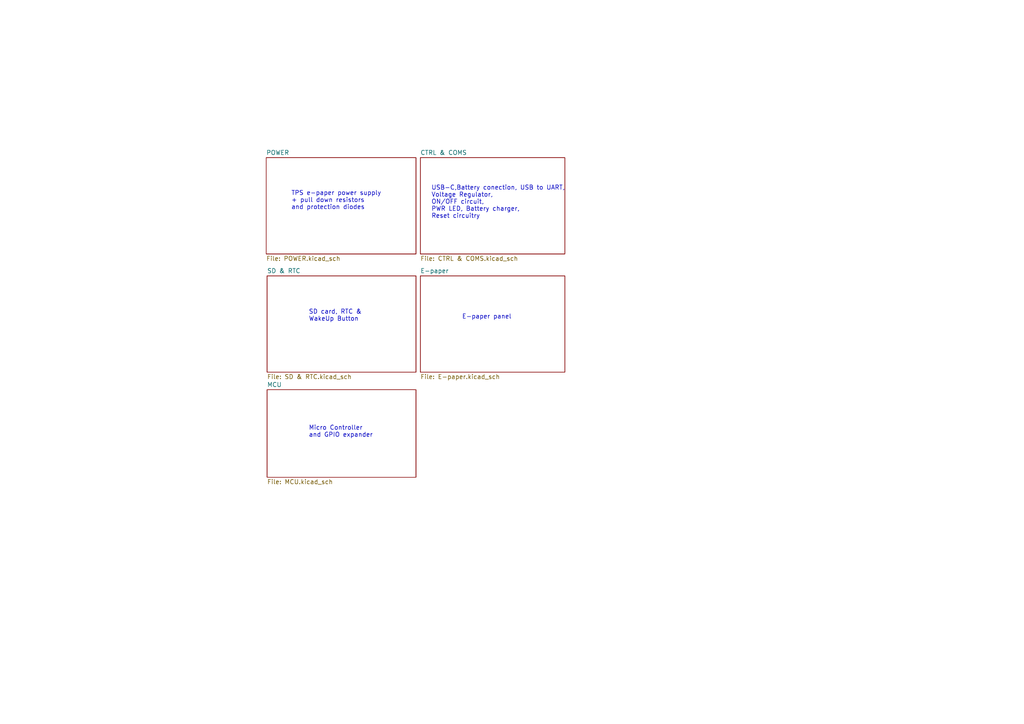
<source format=kicad_sch>
(kicad_sch (version 20211123) (generator eeschema)

  (uuid e63e39d7-6ac0-4ffd-8aa3-1841a4541b55)

  (paper "A4")

  (title_block
    (title "Soldered Inkplate 5")
    (date "2023-07-18")
    (rev "V1.2.0.")
    (company "SOLDERED")
    (comment 1 "333255")
  )

  (lib_symbols
  )


  (text "USB-C,Battery conection, USB to UART,\nVoltage Regulator, \nON/OFF circuit, \nPWR LED, Battery charger,\nReset circuitry"
    (at 125.095 63.5 0)
    (effects (font (size 1.27 1.27)) (justify left bottom))
    (uuid 15cb05f1-e523-415c-aac4-95a688f2ee48)
  )
  (text "SD card, RTC &\nWakeUp Button" (at 89.535 93.345 0)
    (effects (font (size 1.27 1.27)) (justify left bottom))
    (uuid 19c8f73c-c52a-4765-9516-9defc03adb31)
  )
  (text "Micro Controller \nand GPIO expander" (at 89.535 127 0)
    (effects (font (size 1.27 1.27)) (justify left bottom))
    (uuid 5e63b868-252d-4750-aa33-b9a59444f4ac)
  )
  (text "TPS e-paper power supply\n+ pull down resistors\nand protection diodes"
    (at 84.455 60.96 0)
    (effects (font (size 1.27 1.27)) (justify left bottom))
    (uuid a0a28fa4-b96b-4a66-a268-94b1e9e96d9a)
  )
  (text "E-paper panel" (at 133.985 92.71 0)
    (effects (font (size 1.27 1.27)) (justify left bottom))
    (uuid efafb1f6-4bcb-4f2b-8b14-93b678d16b6d)
  )

  (sheet (at 121.92 45.72) (size 41.91 27.94) (fields_autoplaced)
    (stroke (width 0.1524) (type solid) (color 0 0 0 0))
    (fill (color 0 0 0 0.0000))
    (uuid 69d6a600-8481-47e9-a8fb-347bae2d38c5)
    (property "Sheet name" "CTRL & COMS" (id 0) (at 121.92 45.0084 0)
      (effects (font (size 1.27 1.27)) (justify left bottom))
    )
    (property "Sheet file" "CTRL & COMS.kicad_sch" (id 1) (at 121.92 74.2446 0)
      (effects (font (size 1.27 1.27)) (justify left top))
    )
  )

  (sheet (at 77.47 113.03) (size 43.18 25.4) (fields_autoplaced)
    (stroke (width 0.1524) (type solid) (color 0 0 0 0))
    (fill (color 0 0 0 0.0000))
    (uuid 7f1adf82-7c80-4ebb-88ac-e056e62fc363)
    (property "Sheet name" "MCU" (id 0) (at 77.47 112.3184 0)
      (effects (font (size 1.27 1.27)) (justify left bottom))
    )
    (property "Sheet file" "MCU.kicad_sch" (id 1) (at 77.47 139.0146 0)
      (effects (font (size 1.27 1.27)) (justify left top))
    )
  )

  (sheet (at 121.92 80.01) (size 41.91 27.94) (fields_autoplaced)
    (stroke (width 0.1524) (type solid) (color 0 0 0 0))
    (fill (color 0 0 0 0.0000))
    (uuid c5bb8608-6be3-40a7-8097-0867d1dea5ee)
    (property "Sheet name" "E-paper" (id 0) (at 121.92 79.2984 0)
      (effects (font (size 1.27 1.27)) (justify left bottom))
    )
    (property "Sheet file" "E-paper.kicad_sch" (id 1) (at 121.92 108.5346 0)
      (effects (font (size 1.27 1.27)) (justify left top))
    )
  )

  (sheet (at 77.47 80.01) (size 43.18 27.94) (fields_autoplaced)
    (stroke (width 0.1524) (type solid) (color 0 0 0 0))
    (fill (color 0 0 0 0.0000))
    (uuid c9e520b8-4d22-4e49-b91c-58bb00e98bb0)
    (property "Sheet name" "SD & RTC" (id 0) (at 77.47 79.2984 0)
      (effects (font (size 1.27 1.27)) (justify left bottom))
    )
    (property "Sheet file" "SD & RTC.kicad_sch" (id 1) (at 77.47 108.5346 0)
      (effects (font (size 1.27 1.27)) (justify left top))
    )
  )

  (sheet (at 77.216 45.72) (size 43.434 27.94) (fields_autoplaced)
    (stroke (width 0.1524) (type solid) (color 0 0 0 0))
    (fill (color 0 0 0 0.0000))
    (uuid e4e20505-1208-4100-a4aa-676f50844c06)
    (property "Sheet name" "POWER" (id 0) (at 77.216 45.0084 0)
      (effects (font (size 1.27 1.27)) (justify left bottom))
    )
    (property "Sheet file" "POWER.kicad_sch" (id 1) (at 77.216 74.2446 0)
      (effects (font (size 1.27 1.27)) (justify left top))
    )
  )

  (sheet_instances
    (path "/" (page "1"))
    (path "/e4e20505-1208-4100-a4aa-676f50844c06" (page "2"))
    (path "/69d6a600-8481-47e9-a8fb-347bae2d38c5" (page "3"))
    (path "/c9e520b8-4d22-4e49-b91c-58bb00e98bb0" (page "4"))
    (path "/c5bb8608-6be3-40a7-8097-0867d1dea5ee" (page "5"))
    (path "/7f1adf82-7c80-4ebb-88ac-e056e62fc363" (page "6"))
  )

  (symbol_instances
    (path "/e4e20505-1208-4100-a4aa-676f50844c06/3ce75223-3147-40f3-b47b-f7fa88e08c27"
      (reference "#PWR0101") (unit 1) (value "VDDH") (footprint "")
    )
    (path "/e4e20505-1208-4100-a4aa-676f50844c06/4d65018e-4d1b-43c4-a8bd-5faea86df2b4"
      (reference "#PWR0102") (unit 1) (value "VEE") (footprint "")
    )
    (path "/e4e20505-1208-4100-a4aa-676f50844c06/15726e40-44c3-4dfd-b1e6-c5949c00a75b"
      (reference "#PWR0103") (unit 1) (value "VPOS") (footprint "")
    )
    (path "/e4e20505-1208-4100-a4aa-676f50844c06/c3d355e2-5a2e-4900-90d5-2140e7b8830b"
      (reference "#PWR0104") (unit 1) (value "VNEG") (footprint "")
    )
    (path "/e4e20505-1208-4100-a4aa-676f50844c06/6b28a6c4-36d3-4664-8389-c43d55c8b7b4"
      (reference "#PWR0105") (unit 1) (value "GND") (footprint "")
    )
    (path "/e4e20505-1208-4100-a4aa-676f50844c06/48eb0b93-a5c1-4cfc-924a-acc48d7a1400"
      (reference "#PWR0106") (unit 1) (value "GND") (footprint "")
    )
    (path "/e4e20505-1208-4100-a4aa-676f50844c06/09932d00-40d2-44f7-a7a8-9b4da70484c9"
      (reference "#PWR0107") (unit 1) (value "3V3-EINK") (footprint "")
    )
    (path "/e4e20505-1208-4100-a4aa-676f50844c06/8aa5a6c9-21fe-4028-b30e-4c4ffeeb7a27"
      (reference "#PWR0108") (unit 1) (value "VIN") (footprint "")
    )
    (path "/e4e20505-1208-4100-a4aa-676f50844c06/b3d7b958-bb22-4eab-8d78-ea0d69d46d8d"
      (reference "#PWR0109") (unit 1) (value "VBAT") (footprint "")
    )
    (path "/e4e20505-1208-4100-a4aa-676f50844c06/d4154f69-21c9-4af5-91b2-b8dea156200e"
      (reference "#PWR0110") (unit 1) (value "VEE") (footprint "")
    )
    (path "/e4e20505-1208-4100-a4aa-676f50844c06/97c3dd92-a207-4078-9546-dd9a0d177665"
      (reference "#PWR0111") (unit 1) (value "VDDH") (footprint "")
    )
    (path "/e4e20505-1208-4100-a4aa-676f50844c06/d3512588-edde-4735-a9a1-be9f02a7cc04"
      (reference "#PWR0112") (unit 1) (value "GND") (footprint "")
    )
    (path "/e4e20505-1208-4100-a4aa-676f50844c06/28c42959-8e72-4709-83e0-fbb99eade23c"
      (reference "#PWR0113") (unit 1) (value "GND") (footprint "")
    )
    (path "/e4e20505-1208-4100-a4aa-676f50844c06/63800a5c-5070-4e17-84b3-b1e9d7317ddc"
      (reference "#PWR0114") (unit 1) (value "GND") (footprint "")
    )
    (path "/e4e20505-1208-4100-a4aa-676f50844c06/f5825cc6-95a9-4e27-8336-4f8229fc1924"
      (reference "#PWR0115") (unit 1) (value "VEE") (footprint "")
    )
    (path "/e4e20505-1208-4100-a4aa-676f50844c06/4f31b0d0-0de7-4d85-a8da-1c8e3e9ff5fd"
      (reference "#PWR0116") (unit 1) (value "GND") (footprint "")
    )
    (path "/e4e20505-1208-4100-a4aa-676f50844c06/a0179d36-a12b-48cd-8026-953a422b4036"
      (reference "#PWR0117") (unit 1) (value "GND") (footprint "")
    )
    (path "/e4e20505-1208-4100-a4aa-676f50844c06/eac88b9b-4226-43c7-9238-94c134da0ab1"
      (reference "#PWR0118") (unit 1) (value "GND") (footprint "")
    )
    (path "/e4e20505-1208-4100-a4aa-676f50844c06/b62c4095-f1c0-47c0-a2a2-cdabd2346de9"
      (reference "#PWR0119") (unit 1) (value "GND") (footprint "")
    )
    (path "/e4e20505-1208-4100-a4aa-676f50844c06/dc503621-5c1c-4419-bb7d-74fb82b8d8c5"
      (reference "#PWR0120") (unit 1) (value "GND") (footprint "")
    )
    (path "/e4e20505-1208-4100-a4aa-676f50844c06/f98860f1-b458-44b8-bcfb-dd360d643f09"
      (reference "#PWR0121") (unit 1) (value "VEE") (footprint "")
    )
    (path "/e4e20505-1208-4100-a4aa-676f50844c06/7c849e86-e149-44f3-8e6f-1e68de7023ea"
      (reference "#PWR0122") (unit 1) (value "VNEG") (footprint "")
    )
    (path "/e4e20505-1208-4100-a4aa-676f50844c06/3cd62bef-586b-4354-a0d8-b45f0b86f8d4"
      (reference "#PWR0123") (unit 1) (value "VPOS") (footprint "")
    )
    (path "/e4e20505-1208-4100-a4aa-676f50844c06/ab1be128-b506-44db-b353-1b6cf0f1bff8"
      (reference "#PWR0124") (unit 1) (value "3V3-EINK") (footprint "")
    )
    (path "/e4e20505-1208-4100-a4aa-676f50844c06/dc907d3a-ade0-4fb2-bac6-3f031f194fac"
      (reference "#PWR0125") (unit 1) (value "VDDH") (footprint "")
    )
    (path "/e4e20505-1208-4100-a4aa-676f50844c06/56cab98c-3eb1-41cd-bdf8-fa073613afc8"
      (reference "#PWR0126") (unit 1) (value "3V3") (footprint "")
    )
    (path "/e4e20505-1208-4100-a4aa-676f50844c06/a4e9d70b-0682-4de7-a82a-24ad7fb3af1b"
      (reference "#PWR0127") (unit 1) (value "VNEG") (footprint "")
    )
    (path "/e4e20505-1208-4100-a4aa-676f50844c06/93bf1c04-96c6-49e8-9a85-ee6cc4606fcb"
      (reference "#PWR0128") (unit 1) (value "VDDH") (footprint "")
    )
    (path "/e4e20505-1208-4100-a4aa-676f50844c06/cb658bfb-bb44-442b-af68-cdf8168ed728"
      (reference "#PWR0129") (unit 1) (value "VPOS") (footprint "")
    )
    (path "/e4e20505-1208-4100-a4aa-676f50844c06/d28e5e59-d0f8-4887-a713-d142448c8207"
      (reference "#PWR0130") (unit 1) (value "GND") (footprint "")
    )
    (path "/e4e20505-1208-4100-a4aa-676f50844c06/0e1e548c-ec74-46cb-aa6e-5e8839149d3f"
      (reference "#PWR0131") (unit 1) (value "GND") (footprint "")
    )
    (path "/e4e20505-1208-4100-a4aa-676f50844c06/fb08eb4e-4d01-46b4-b939-0155c8ef8388"
      (reference "#PWR0132") (unit 1) (value "GND") (footprint "")
    )
    (path "/e4e20505-1208-4100-a4aa-676f50844c06/cfed5c4e-149f-45c5-874a-d4efe242083a"
      (reference "#PWR0133") (unit 1) (value "GND") (footprint "")
    )
    (path "/e4e20505-1208-4100-a4aa-676f50844c06/a818dbd6-8d05-4bed-8e76-065b136c4a97"
      (reference "#PWR0134") (unit 1) (value "VIN") (footprint "")
    )
    (path "/e4e20505-1208-4100-a4aa-676f50844c06/61883613-061e-4067-9ab0-38640276cb65"
      (reference "#PWR0135") (unit 1) (value "GND") (footprint "")
    )
    (path "/e4e20505-1208-4100-a4aa-676f50844c06/0c990048-7035-4646-8b07-f79fbfddff62"
      (reference "#PWR0136") (unit 1) (value "GND") (footprint "")
    )
    (path "/e4e20505-1208-4100-a4aa-676f50844c06/312b1e58-9b66-4b2d-a1b3-1fc15a2c69a6"
      (reference "#PWR0137") (unit 1) (value "GND") (footprint "")
    )
    (path "/e4e20505-1208-4100-a4aa-676f50844c06/bfb1d728-5367-4e16-a311-9bc76f3c8670"
      (reference "#PWR0138") (unit 1) (value "GND") (footprint "")
    )
    (path "/e4e20505-1208-4100-a4aa-676f50844c06/5bd90a2c-0720-49d7-b471-8bd4be0104c6"
      (reference "#PWR0139") (unit 1) (value "3V3-EINK") (footprint "")
    )
    (path "/e4e20505-1208-4100-a4aa-676f50844c06/f24191bb-7c3d-46c7-90d2-d6965006ff76"
      (reference "#PWR0140") (unit 1) (value "3V3") (footprint "")
    )
    (path "/e4e20505-1208-4100-a4aa-676f50844c06/772b2560-c224-4933-9225-40be66422908"
      (reference "#PWR0141") (unit 1) (value "VIN") (footprint "")
    )
    (path "/e4e20505-1208-4100-a4aa-676f50844c06/6ccd433d-6c2a-4816-b21d-4a0768a4b1bf"
      (reference "#PWR0142") (unit 1) (value "GND") (footprint "")
    )
    (path "/e4e20505-1208-4100-a4aa-676f50844c06/348b39ce-20d2-4f01-b3b8-e8bd5a2fc26e"
      (reference "#PWR0143") (unit 1) (value "GND") (footprint "")
    )
    (path "/e4e20505-1208-4100-a4aa-676f50844c06/817cea77-3614-46eb-ac46-8f839c322ae1"
      (reference "#PWR0144") (unit 1) (value "GND") (footprint "")
    )
    (path "/e4e20505-1208-4100-a4aa-676f50844c06/7dfadc2c-0002-4536-9a16-40d98cd244d0"
      (reference "#PWR0145") (unit 1) (value "GND") (footprint "")
    )
    (path "/e4e20505-1208-4100-a4aa-676f50844c06/b0c06db7-a576-4fd8-83c7-c014cc52b2d6"
      (reference "#PWR0146") (unit 1) (value "GND") (footprint "")
    )
    (path "/e4e20505-1208-4100-a4aa-676f50844c06/fbb57290-3adc-4d24-918c-497402e97c67"
      (reference "#PWR0147") (unit 1) (value "GND") (footprint "")
    )
    (path "/e4e20505-1208-4100-a4aa-676f50844c06/b2fb7a1b-c9ba-4acd-a02e-25484040900c"
      (reference "#PWR0148") (unit 1) (value "VNEG") (footprint "")
    )
    (path "/e4e20505-1208-4100-a4aa-676f50844c06/a4e658ae-75b3-4b98-a317-251aa26f5622"
      (reference "#PWR0149") (unit 1) (value "VIN") (footprint "")
    )
    (path "/e4e20505-1208-4100-a4aa-676f50844c06/35c7b937-91fd-45b7-ba9b-d8002e5399af"
      (reference "#PWR0150") (unit 1) (value "GND") (footprint "")
    )
    (path "/e4e20505-1208-4100-a4aa-676f50844c06/88948196-6a74-42af-a5e6-9dd2ac95ca88"
      (reference "#PWR0151") (unit 1) (value "GND") (footprint "")
    )
    (path "/e4e20505-1208-4100-a4aa-676f50844c06/f33292b6-e256-451d-9bfa-7d07ba9e670f"
      (reference "#PWR0152") (unit 1) (value "GND") (footprint "")
    )
    (path "/e4e20505-1208-4100-a4aa-676f50844c06/72538cdb-e0ad-4023-af9b-841dcb620a41"
      (reference "#PWR0153") (unit 1) (value "VPOS") (footprint "")
    )
    (path "/e4e20505-1208-4100-a4aa-676f50844c06/e11a3537-54f2-4cd9-a01e-8d25f34fd41b"
      (reference "#PWR0154") (unit 1) (value "GND") (footprint "")
    )
    (path "/e4e20505-1208-4100-a4aa-676f50844c06/ec3b3a1b-bc30-4c1b-a40c-639e4fb72f82"
      (reference "#PWR0155") (unit 1) (value "GND") (footprint "")
    )
    (path "/e4e20505-1208-4100-a4aa-676f50844c06/d5ce9073-f652-421d-afde-0d7f90c33390"
      (reference "#PWR0156") (unit 1) (value "GND") (footprint "")
    )
    (path "/69d6a600-8481-47e9-a8fb-347bae2d38c5/12786de7-876b-4a84-99cf-945cd18b26df"
      (reference "#PWR0157") (unit 1) (value "GND") (footprint "")
    )
    (path "/69d6a600-8481-47e9-a8fb-347bae2d38c5/1b93141a-ea8f-4bae-8ad0-92389b5c0e0f"
      (reference "#PWR0158") (unit 1) (value "VUSB") (footprint "")
    )
    (path "/69d6a600-8481-47e9-a8fb-347bae2d38c5/96ed472d-7f73-48fd-8259-a15a5fd2cc76"
      (reference "#PWR0159") (unit 1) (value "VBAT") (footprint "")
    )
    (path "/69d6a600-8481-47e9-a8fb-347bae2d38c5/8031ed06-1915-4444-aa3e-6197ddf11b9f"
      (reference "#PWR0160") (unit 1) (value "VUSB") (footprint "")
    )
    (path "/69d6a600-8481-47e9-a8fb-347bae2d38c5/0f55eb9e-7459-424d-8e28-f97343d327ae"
      (reference "#PWR0161") (unit 1) (value "GND") (footprint "")
    )
    (path "/69d6a600-8481-47e9-a8fb-347bae2d38c5/adefa11c-9675-4277-83aa-bb58cf1b1bf7"
      (reference "#PWR0162") (unit 1) (value "3V3") (footprint "")
    )
    (path "/69d6a600-8481-47e9-a8fb-347bae2d38c5/c44f6c3c-ceef-4b05-ba95-84152a794611"
      (reference "#PWR0163") (unit 1) (value "GND") (footprint "")
    )
    (path "/69d6a600-8481-47e9-a8fb-347bae2d38c5/c600bae5-25d2-43d0-b251-51adaa7ce6da"
      (reference "#PWR0164") (unit 1) (value "VIN") (footprint "")
    )
    (path "/69d6a600-8481-47e9-a8fb-347bae2d38c5/0f0e1ede-1e4e-4f3e-9413-a314d81b9091"
      (reference "#PWR0165") (unit 1) (value "GND") (footprint "")
    )
    (path "/69d6a600-8481-47e9-a8fb-347bae2d38c5/3f7eec01-7c6d-40d0-a493-eb5deb42aad0"
      (reference "#PWR0166") (unit 1) (value "3V3") (footprint "")
    )
    (path "/7f1adf82-7c80-4ebb-88ac-e056e62fc363/45e2074e-0841-41d4-9855-9653e251d1b4"
      (reference "#PWR0167") (unit 1) (value "3V3") (footprint "")
    )
    (path "/69d6a600-8481-47e9-a8fb-347bae2d38c5/a9d61c66-9b6f-4604-911a-c550ba7b2c1e"
      (reference "#PWR0168") (unit 1) (value "VIN") (footprint "")
    )
    (path "/69d6a600-8481-47e9-a8fb-347bae2d38c5/416e01b3-d490-4e69-b6b1-a0648b78cedf"
      (reference "#PWR0169") (unit 1) (value "VIN") (footprint "")
    )
    (path "/69d6a600-8481-47e9-a8fb-347bae2d38c5/afd57a75-591e-4e07-88f8-29b0343b79d9"
      (reference "#PWR0170") (unit 1) (value "GND") (footprint "")
    )
    (path "/69d6a600-8481-47e9-a8fb-347bae2d38c5/e502efa5-7093-458c-9a4a-6405397e8895"
      (reference "#PWR0171") (unit 1) (value "GND") (footprint "")
    )
    (path "/69d6a600-8481-47e9-a8fb-347bae2d38c5/cdb6eb29-1299-47dd-bef1-b195b0557ed0"
      (reference "#PWR0172") (unit 1) (value "3V3") (footprint "")
    )
    (path "/69d6a600-8481-47e9-a8fb-347bae2d38c5/8b20d57f-9bca-4f77-b74f-7f30c16292f7"
      (reference "#PWR0173") (unit 1) (value "GND") (footprint "")
    )
    (path "/69d6a600-8481-47e9-a8fb-347bae2d38c5/f60dec42-95a7-4d48-9d19-cacc89700dbd"
      (reference "#PWR0174") (unit 1) (value "GND") (footprint "")
    )
    (path "/69d6a600-8481-47e9-a8fb-347bae2d38c5/973fde48-8bd9-490e-b99f-a1612a400866"
      (reference "#PWR0175") (unit 1) (value "VIN") (footprint "")
    )
    (path "/69d6a600-8481-47e9-a8fb-347bae2d38c5/8bd00843-7d03-4a8e-98bc-d8339b4be076"
      (reference "#PWR0176") (unit 1) (value "GND") (footprint "")
    )
    (path "/69d6a600-8481-47e9-a8fb-347bae2d38c5/3bbf35c3-cbdb-447d-904e-a960a318898a"
      (reference "#PWR0177") (unit 1) (value "GND") (footprint "")
    )
    (path "/69d6a600-8481-47e9-a8fb-347bae2d38c5/7493c0ca-206c-4751-b3cf-b40e0dc8052d"
      (reference "#PWR0178") (unit 1) (value "VBAT") (footprint "")
    )
    (path "/69d6a600-8481-47e9-a8fb-347bae2d38c5/6a6484c8-f517-42a3-8044-d2d0a9b9da24"
      (reference "#PWR0179") (unit 1) (value "GND") (footprint "")
    )
    (path "/69d6a600-8481-47e9-a8fb-347bae2d38c5/8e4676f4-a7b2-4bdc-bf12-6dc681be20b5"
      (reference "#PWR0180") (unit 1) (value "GND") (footprint "")
    )
    (path "/69d6a600-8481-47e9-a8fb-347bae2d38c5/1fcba04a-04ff-47b6-af3e-004c09332150"
      (reference "#PWR0181") (unit 1) (value "GND") (footprint "")
    )
    (path "/69d6a600-8481-47e9-a8fb-347bae2d38c5/233babc5-2ee1-4db1-a7ad-33f8202317a2"
      (reference "#PWR0182") (unit 1) (value "VBAT") (footprint "")
    )
    (path "/69d6a600-8481-47e9-a8fb-347bae2d38c5/d3ee5e22-3226-4c44-8f80-fd50ea4805fb"
      (reference "#PWR0183") (unit 1) (value "VBAT") (footprint "")
    )
    (path "/69d6a600-8481-47e9-a8fb-347bae2d38c5/7910727d-39d3-4b46-9b56-1599782222fb"
      (reference "#PWR0184") (unit 1) (value "GND") (footprint "")
    )
    (path "/69d6a600-8481-47e9-a8fb-347bae2d38c5/ad600968-9357-48a0-a40e-24a8565b5585"
      (reference "#PWR0185") (unit 1) (value "GND") (footprint "")
    )
    (path "/69d6a600-8481-47e9-a8fb-347bae2d38c5/b2a695af-25ba-4eb0-a441-1984f30ccba0"
      (reference "#PWR0186") (unit 1) (value "GND") (footprint "")
    )
    (path "/69d6a600-8481-47e9-a8fb-347bae2d38c5/7daafdf3-4d36-4bc4-b85d-bde7d554df39"
      (reference "#PWR0187") (unit 1) (value "GND") (footprint "")
    )
    (path "/69d6a600-8481-47e9-a8fb-347bae2d38c5/fda1e66e-cb21-4873-8e59-9bc8e0d8bb42"
      (reference "#PWR0188") (unit 1) (value "GND") (footprint "")
    )
    (path "/69d6a600-8481-47e9-a8fb-347bae2d38c5/6ca59458-9d98-4252-bf71-ba7a4b4ad80b"
      (reference "#PWR0189") (unit 1) (value "GND") (footprint "")
    )
    (path "/69d6a600-8481-47e9-a8fb-347bae2d38c5/a3756a9d-6481-4074-820d-8ac4963505f5"
      (reference "#PWR0190") (unit 1) (value "GND") (footprint "")
    )
    (path "/69d6a600-8481-47e9-a8fb-347bae2d38c5/8f9eeee4-51b0-4b72-a2e9-70d2f39be213"
      (reference "#PWR0191") (unit 1) (value "VUSB") (footprint "")
    )
    (path "/69d6a600-8481-47e9-a8fb-347bae2d38c5/1763115f-fae2-4ee1-8981-0b1012fd34bd"
      (reference "#PWR0192") (unit 1) (value "VUSB") (footprint "")
    )
    (path "/69d6a600-8481-47e9-a8fb-347bae2d38c5/a7ac6ce1-40d6-492a-abaf-1f5cc86c6d3c"
      (reference "#PWR0193") (unit 1) (value "VBAT") (footprint "")
    )
    (path "/69d6a600-8481-47e9-a8fb-347bae2d38c5/6c9b0223-a7b1-4906-be51-046fedf1a049"
      (reference "#PWR0194") (unit 1) (value "GND") (footprint "")
    )
    (path "/69d6a600-8481-47e9-a8fb-347bae2d38c5/794d010b-cecc-45ec-935e-b541d28a3160"
      (reference "#PWR0195") (unit 1) (value "VUSB") (footprint "")
    )
    (path "/69d6a600-8481-47e9-a8fb-347bae2d38c5/63d71a43-f911-45c6-9817-d937edb71f7d"
      (reference "#PWR0196") (unit 1) (value "GND") (footprint "")
    )
    (path "/69d6a600-8481-47e9-a8fb-347bae2d38c5/84ccc5fc-5f17-46e7-9e0f-3ba0159e17af"
      (reference "#PWR0197") (unit 1) (value "3V3") (footprint "")
    )
    (path "/69d6a600-8481-47e9-a8fb-347bae2d38c5/c1ee2421-efaf-4173-a22a-eb7490bcf68c"
      (reference "#PWR0198") (unit 1) (value "GND") (footprint "")
    )
    (path "/69d6a600-8481-47e9-a8fb-347bae2d38c5/c0690375-0200-4971-93f0-3ae5b1710cbd"
      (reference "#PWR0199") (unit 1) (value "GND") (footprint "")
    )
    (path "/69d6a600-8481-47e9-a8fb-347bae2d38c5/e986af5a-850e-473c-9aef-a59b75a14c37"
      (reference "#PWR0200") (unit 1) (value "3V3") (footprint "")
    )
    (path "/69d6a600-8481-47e9-a8fb-347bae2d38c5/22fe1849-667b-42b4-b57d-b76dd31273f4"
      (reference "#PWR0201") (unit 1) (value "3V3") (footprint "")
    )
    (path "/69d6a600-8481-47e9-a8fb-347bae2d38c5/79a53a66-d6da-4509-ad6c-4fc46c8a2abb"
      (reference "#PWR0202") (unit 1) (value "GND") (footprint "")
    )
    (path "/69d6a600-8481-47e9-a8fb-347bae2d38c5/f24289e2-1926-4a3c-a4e8-dea780446ed2"
      (reference "#PWR0203") (unit 1) (value "3V3") (footprint "")
    )
    (path "/69d6a600-8481-47e9-a8fb-347bae2d38c5/6181dcf2-1851-4bc7-b5e1-2843447c73c5"
      (reference "#PWR0204") (unit 1) (value "GND") (footprint "")
    )
    (path "/69d6a600-8481-47e9-a8fb-347bae2d38c5/3c298ad4-3fce-4f13-b441-e518476b06e7"
      (reference "#PWR0205") (unit 1) (value "GND") (footprint "")
    )
    (path "/7f1adf82-7c80-4ebb-88ac-e056e62fc363/1cfab0b7-c993-4045-8b89-24fc8290fce4"
      (reference "#PWR0206") (unit 1) (value "GND") (footprint "")
    )
    (path "/69d6a600-8481-47e9-a8fb-347bae2d38c5/e2260907-3242-4a2c-8214-54471dc337bf"
      (reference "#PWR0207") (unit 1) (value "GND") (footprint "")
    )
    (path "/c9e520b8-4d22-4e49-b91c-58bb00e98bb0/f46b016e-980e-48c1-aeb3-df65179c9a50"
      (reference "#PWR0208") (unit 1) (value "GND") (footprint "")
    )
    (path "/c9e520b8-4d22-4e49-b91c-58bb00e98bb0/f9d26ad9-b9d3-4652-95c0-952963cbb470"
      (reference "#PWR0209") (unit 1) (value "3V3") (footprint "")
    )
    (path "/7f1adf82-7c80-4ebb-88ac-e056e62fc363/b070d54f-2012-4765-b755-30fb62b777c1"
      (reference "#PWR0210") (unit 1) (value "GND") (footprint "")
    )
    (path "/c9e520b8-4d22-4e49-b91c-58bb00e98bb0/40330fe1-804d-40b0-a144-157df399d184"
      (reference "#PWR0211") (unit 1) (value "GND") (footprint "")
    )
    (path "/c9e520b8-4d22-4e49-b91c-58bb00e98bb0/f6da2438-2710-47b4-92ab-8986a248d550"
      (reference "#PWR0212") (unit 1) (value "GND") (footprint "")
    )
    (path "/c9e520b8-4d22-4e49-b91c-58bb00e98bb0/77018629-65ad-4faa-bd78-410ba7c95fa2"
      (reference "#PWR0213") (unit 1) (value "3V3") (footprint "")
    )
    (path "/c9e520b8-4d22-4e49-b91c-58bb00e98bb0/1dac631a-b30f-4cf7-b567-54fe3f906b18"
      (reference "#PWR0214") (unit 1) (value "3V3") (footprint "")
    )
    (path "/7f1adf82-7c80-4ebb-88ac-e056e62fc363/0c216f53-90cc-4c42-b102-158b40877ca2"
      (reference "#PWR0215") (unit 1) (value "3V3") (footprint "")
    )
    (path "/c9e520b8-4d22-4e49-b91c-58bb00e98bb0/4a2140c0-e226-47db-a2b6-a36fdc1dad15"
      (reference "#PWR0216") (unit 1) (value "GND") (footprint "")
    )
    (path "/c9e520b8-4d22-4e49-b91c-58bb00e98bb0/3e0cf18a-71ff-44c4-9053-607b14451ad7"
      (reference "#PWR0217") (unit 1) (value "GND") (footprint "")
    )
    (path "/c9e520b8-4d22-4e49-b91c-58bb00e98bb0/261b88f1-86fe-4548-b3a3-94e40b7b4dd0"
      (reference "#PWR0218") (unit 1) (value "GND") (footprint "")
    )
    (path "/c9e520b8-4d22-4e49-b91c-58bb00e98bb0/74a70ca2-53da-4e85-b9a2-4762bfdaaa8c"
      (reference "#PWR0219") (unit 1) (value "3V3") (footprint "")
    )
    (path "/c9e520b8-4d22-4e49-b91c-58bb00e98bb0/66861fdf-412c-416c-8173-0a2a2e3d1789"
      (reference "#PWR0220") (unit 1) (value "GND") (footprint "")
    )
    (path "/c5bb8608-6be3-40a7-8097-0867d1dea5ee/7e4de5ee-78fa-4686-bd7d-3205c348cee1"
      (reference "#PWR0221") (unit 1) (value "VNEG") (footprint "")
    )
    (path "/c5bb8608-6be3-40a7-8097-0867d1dea5ee/46cab781-d8cc-4995-ae5f-94d2cfef50c7"
      (reference "#PWR0222") (unit 1) (value "VPOS") (footprint "")
    )
    (path "/c5bb8608-6be3-40a7-8097-0867d1dea5ee/2eb4a451-30b3-44af-8d99-05f49eb700c5"
      (reference "#PWR0223") (unit 1) (value "3V3-EINK") (footprint "")
    )
    (path "/c5bb8608-6be3-40a7-8097-0867d1dea5ee/89fec8be-929d-4947-95d8-a43aafe98925"
      (reference "#PWR0224") (unit 1) (value "GND") (footprint "")
    )
    (path "/c5bb8608-6be3-40a7-8097-0867d1dea5ee/488c7f70-791d-49eb-8c5a-fafb954dd4b7"
      (reference "#PWR0225") (unit 1) (value "VDDH") (footprint "")
    )
    (path "/c5bb8608-6be3-40a7-8097-0867d1dea5ee/bb7adf3a-87ec-4f38-ba42-dfe56e2a83aa"
      (reference "#PWR0226") (unit 1) (value "VEE") (footprint "")
    )
    (path "/c5bb8608-6be3-40a7-8097-0867d1dea5ee/e13cd1d3-27bd-4103-b1c0-7d6baa4fbb30"
      (reference "#PWR0227") (unit 1) (value "GND") (footprint "")
    )
    (path "/c5bb8608-6be3-40a7-8097-0867d1dea5ee/524ea26e-f4a7-496d-b84b-727b548bb741"
      (reference "#PWR0228") (unit 1) (value "GND") (footprint "")
    )
    (path "/c5bb8608-6be3-40a7-8097-0867d1dea5ee/e8fef90b-127b-4009-ab58-60e15d7b35ac"
      (reference "#PWR0229") (unit 1) (value "3V3-EINK") (footprint "")
    )
    (path "/c5bb8608-6be3-40a7-8097-0867d1dea5ee/9c6a1e6c-9763-4e93-a370-ef85237a05a5"
      (reference "#PWR0230") (unit 1) (value "GND") (footprint "")
    )
    (path "/c5bb8608-6be3-40a7-8097-0867d1dea5ee/18679e71-a949-4471-9474-74e4e08bebe2"
      (reference "#PWR0231") (unit 1) (value "GND") (footprint "")
    )
    (path "/c5bb8608-6be3-40a7-8097-0867d1dea5ee/9734a96f-5551-43da-9a57-de9b0050a207"
      (reference "#PWR0232") (unit 1) (value "GND") (footprint "")
    )
    (path "/c5bb8608-6be3-40a7-8097-0867d1dea5ee/4257ad4f-e811-4e3d-86e9-891d11872872"
      (reference "#PWR0233") (unit 1) (value "GND") (footprint "")
    )
    (path "/c5bb8608-6be3-40a7-8097-0867d1dea5ee/ec26cfda-c3b3-4627-b129-9442cc224d59"
      (reference "#PWR0234") (unit 1) (value "GND") (footprint "")
    )
    (path "/c5bb8608-6be3-40a7-8097-0867d1dea5ee/9bde2689-20bf-452f-9985-36ea952625b4"
      (reference "#PWR0235") (unit 1) (value "VPOS") (footprint "")
    )
    (path "/c5bb8608-6be3-40a7-8097-0867d1dea5ee/38823c36-e0ed-4070-86a5-46e652097b3c"
      (reference "#PWR0236") (unit 1) (value "VNEG") (footprint "")
    )
    (path "/c5bb8608-6be3-40a7-8097-0867d1dea5ee/79dd3bda-9d82-4441-b121-63ade4574e13"
      (reference "#PWR0237") (unit 1) (value "GND") (footprint "")
    )
    (path "/c5bb8608-6be3-40a7-8097-0867d1dea5ee/e6bd5652-9470-452d-92ca-420aa634882e"
      (reference "#PWR0238") (unit 1) (value "3V3-EINK") (footprint "")
    )
    (path "/c5bb8608-6be3-40a7-8097-0867d1dea5ee/91eaa0de-abac-459b-9eec-c591bcc317b1"
      (reference "#PWR0239") (unit 1) (value "GND") (footprint "")
    )
    (path "/c5bb8608-6be3-40a7-8097-0867d1dea5ee/efe071c0-e557-4387-b8a2-092ca7049bf8"
      (reference "#PWR0240") (unit 1) (value "GND") (footprint "")
    )
    (path "/c5bb8608-6be3-40a7-8097-0867d1dea5ee/f3cca317-130c-4055-8190-a03cb049149f"
      (reference "#PWR0241") (unit 1) (value "GND") (footprint "")
    )
    (path "/c5bb8608-6be3-40a7-8097-0867d1dea5ee/4c7b57c2-912a-4648-b45e-0dbc50b8f14f"
      (reference "#PWR0242") (unit 1) (value "GND") (footprint "")
    )
    (path "/c5bb8608-6be3-40a7-8097-0867d1dea5ee/0cee8a7e-7ced-4a3a-8968-14a87ae145f7"
      (reference "#PWR0243") (unit 1) (value "GND") (footprint "")
    )
    (path "/c5bb8608-6be3-40a7-8097-0867d1dea5ee/112d5d25-80db-4eaa-b466-fbbd9ba4b9dd"
      (reference "#PWR0244") (unit 1) (value "GND") (footprint "")
    )
    (path "/c5bb8608-6be3-40a7-8097-0867d1dea5ee/aceae7d5-963b-405a-b37f-1ce29a28a0d9"
      (reference "#PWR0245") (unit 1) (value "VEE") (footprint "")
    )
    (path "/c5bb8608-6be3-40a7-8097-0867d1dea5ee/b8de7eee-ad63-438e-a521-b77655e26fb8"
      (reference "#PWR0246") (unit 1) (value "VDDH") (footprint "")
    )
    (path "/7f1adf82-7c80-4ebb-88ac-e056e62fc363/80cad4a3-25e4-42a2-bb3c-f03d6915b77f"
      (reference "#PWR0247") (unit 1) (value "3V3") (footprint "")
    )
    (path "/7f1adf82-7c80-4ebb-88ac-e056e62fc363/c7644593-c099-40fd-b762-59b498329944"
      (reference "#PWR0248") (unit 1) (value "GND") (footprint "")
    )
    (path "/7f1adf82-7c80-4ebb-88ac-e056e62fc363/8459e90b-491a-40d2-b839-38ade384dbdd"
      (reference "#PWR0249") (unit 1) (value "3V3") (footprint "")
    )
    (path "/7f1adf82-7c80-4ebb-88ac-e056e62fc363/da9da075-5f7b-469b-aefd-48012defdd4b"
      (reference "#PWR0250") (unit 1) (value "GND") (footprint "")
    )
    (path "/7f1adf82-7c80-4ebb-88ac-e056e62fc363/a410354a-8a01-4094-8e82-6a5c03794176"
      (reference "#PWR0251") (unit 1) (value "GND") (footprint "")
    )
    (path "/7f1adf82-7c80-4ebb-88ac-e056e62fc363/255c5630-23f6-4b43-b8ab-6e608cfbeba9"
      (reference "#PWR0252") (unit 1) (value "GND") (footprint "")
    )
    (path "/7f1adf82-7c80-4ebb-88ac-e056e62fc363/3335ee41-8e35-410c-b895-f4e122639b9b"
      (reference "#PWR0253") (unit 1) (value "GND") (footprint "")
    )
    (path "/7f1adf82-7c80-4ebb-88ac-e056e62fc363/cf45192f-20ae-4456-abde-23cc637b41f1"
      (reference "#PWR0254") (unit 1) (value "3V3") (footprint "")
    )
    (path "/7f1adf82-7c80-4ebb-88ac-e056e62fc363/327e2e0b-e6ea-473a-842d-69122d095de9"
      (reference "#PWR0255") (unit 1) (value "GND") (footprint "")
    )
    (path "/7f1adf82-7c80-4ebb-88ac-e056e62fc363/ea10d4a3-4e75-4c2d-a099-0d84368a6293"
      (reference "#PWR0256") (unit 1) (value "3V3") (footprint "")
    )
    (path "/c9e520b8-4d22-4e49-b91c-58bb00e98bb0/fdb3a384-4b00-4074-9d1f-19f7dbfd6958"
      (reference "#PWR0257") (unit 1) (value "3V3") (footprint "")
    )
    (path "/e4e20505-1208-4100-a4aa-676f50844c06/b5c982b8-42bf-46d3-8d37-9f6cd5db17ab"
      (reference "C1") (unit 1) (value "4u7-TMK212AB7475KG-T") (footprint "e-radionica.com footprinti:0805C")
    )
    (path "/e4e20505-1208-4100-a4aa-676f50844c06/0b71d1a0-f7f1-4898-a4ea-edf5332f8ca7"
      (reference "C2") (unit 1) (value "4u7-TMK212AB7475KG-T") (footprint "e-radionica.com footprinti:0805C")
    )
    (path "/e4e20505-1208-4100-a4aa-676f50844c06/011a5828-4c3c-4dde-9bdb-284a3f3c4a43"
      (reference "C3") (unit 1) (value "4u7-TMK212AB7475KG-T") (footprint "e-radionica.com footprinti:0805C")
    )
    (path "/e4e20505-1208-4100-a4aa-676f50844c06/56d2c581-0e1d-4968-9265-81ebcc2ced46"
      (reference "C4") (unit 1) (value "4u7-TMK212AB7475KG-T") (footprint "e-radionica.com footprinti:0805C")
    )
    (path "/e4e20505-1208-4100-a4aa-676f50844c06/e7e1dfac-c1af-406d-9f8e-6fde94e0102c"
      (reference "C5") (unit 1) (value "10u-GRM188R61E106KA73J") (footprint "e-radionica.com footprinti:0603C")
    )
    (path "/e4e20505-1208-4100-a4aa-676f50844c06/e174db42-2133-4bde-8bf0-5dfc27789f4d"
      (reference "C6") (unit 1) (value "4u7-TMK212AB7475KG-T") (footprint "e-radionica.com footprinti:0805C")
    )
    (path "/e4e20505-1208-4100-a4aa-676f50844c06/fa74e58b-1d1f-4c19-a9e0-9a5b12093d6c"
      (reference "C7") (unit 1) (value "4u7-TMK212AB7475KG-T") (footprint "e-radionica.com footprinti:0805C")
    )
    (path "/e4e20505-1208-4100-a4aa-676f50844c06/48573f01-35ca-4940-a0fb-37a7195d04a8"
      (reference "C8") (unit 1) (value "10u-GRM188R61E106KA73J") (footprint "e-radionica.com footprinti:0603C")
    )
    (path "/e4e20505-1208-4100-a4aa-676f50844c06/80f86dbb-173a-407f-b1a5-5b28f6434658"
      (reference "C9") (unit 1) (value "4u7-TMK212AB7475KG-T") (footprint "e-radionica.com footprinti:0805C")
    )
    (path "/e4e20505-1208-4100-a4aa-676f50844c06/8ae499bf-fd09-4ee4-b80a-645a7ba044dd"
      (reference "C10") (unit 1) (value "10u-GRM188R61E106KA73J") (footprint "e-radionica.com footprinti:0603C")
    )
    (path "/e4e20505-1208-4100-a4aa-676f50844c06/116d155f-066d-4394-8897-f470a7ea739b"
      (reference "C11") (unit 1) (value "4u7-TMK212AB7475KG-T") (footprint "e-radionica.com footprinti:0805C")
    )
    (path "/e4e20505-1208-4100-a4aa-676f50844c06/d1e483df-ea1d-4033-835a-7e444a60718e"
      (reference "C12") (unit 1) (value "4u7-TMK212AB7475KG-T") (footprint "e-radionica.com footprinti:0805C")
    )
    (path "/e4e20505-1208-4100-a4aa-676f50844c06/fd4c7d1c-8c57-45d5-ae7b-8381a3e73b19"
      (reference "C13") (unit 1) (value "4u7-TMK212AB7475KG-T") (footprint "e-radionica.com footprinti:0805C")
    )
    (path "/e4e20505-1208-4100-a4aa-676f50844c06/879dcbdf-30dc-4f81-b637-1fd4000b50f1"
      (reference "C14") (unit 1) (value "2u2-GRM188R61E225MA12D") (footprint "e-radionica.com footprinti:0603C")
    )
    (path "/e4e20505-1208-4100-a4aa-676f50844c06/8b92f201-07d8-4821-a7c1-053fe8198e60"
      (reference "C15") (unit 1) (value "2u2-GRM188R61E225MA12D") (footprint "e-radionica.com footprinti:0603C")
    )
    (path "/e4e20505-1208-4100-a4aa-676f50844c06/56a51644-b55f-492b-aa38-d2c3e210984a"
      (reference "C16") (unit 1) (value "10n-AC0603KRX7R8BB103") (footprint "e-radionica.com footprinti:0603C")
    )
    (path "/e4e20505-1208-4100-a4aa-676f50844c06/f0ad63ea-1ab9-4134-81c2-eb508b42ee41"
      (reference "C17") (unit 1) (value "10n-AC0603KRX7R8BB103") (footprint "e-radionica.com footprinti:0603C")
    )
    (path "/e4e20505-1208-4100-a4aa-676f50844c06/077c7713-5f8a-46ad-9e1e-0a158b076dfa"
      (reference "C18") (unit 1) (value "100n-AC0603KRX7R8BB104") (footprint "e-radionica.com footprinti:0603C")
    )
    (path "/e4e20505-1208-4100-a4aa-676f50844c06/2bc709a0-58c7-4027-bd09-68d5e2408c67"
      (reference "C19") (unit 1) (value "100n-AC0603KRX7R8BB104") (footprint "e-radionica.com footprinti:0603C")
    )
    (path "/69d6a600-8481-47e9-a8fb-347bae2d38c5/0bc5839a-a487-4efb-aa39-bed37a5da9b7"
      (reference "C20") (unit 1) (value "100n") (footprint "e-radionica.com footprinti:0603C")
    )
    (path "/69d6a600-8481-47e9-a8fb-347bae2d38c5/8a495172-7daf-4d82-aaae-78e459663ba0"
      (reference "C21") (unit 1) (value "10u") (footprint "e-radionica.com footprinti:1206C")
    )
    (path "/69d6a600-8481-47e9-a8fb-347bae2d38c5/af499b18-9a2c-4b35-83f8-d6915e31edb6"
      (reference "C22") (unit 1) (value "100n") (footprint "e-radionica.com footprinti:0603C")
    )
    (path "/69d6a600-8481-47e9-a8fb-347bae2d38c5/26ca0038-362b-4834-bd4a-1a9e7bfd9a8c"
      (reference "C23") (unit 1) (value "100n") (footprint "e-radionica.com footprinti:0603C")
    )
    (path "/69d6a600-8481-47e9-a8fb-347bae2d38c5/398bdaee-0127-49c4-b754-c27cfb81ac16"
      (reference "C24") (unit 1) (value "DNP") (footprint "e-radionica.com footprinti:2917C")
    )
    (path "/69d6a600-8481-47e9-a8fb-347bae2d38c5/c7a6551e-8ec3-4462-a291-bcc0d151fc0e"
      (reference "C25") (unit 1) (value "2u2") (footprint "e-radionica.com footprinti:0603C")
    )
    (path "/69d6a600-8481-47e9-a8fb-347bae2d38c5/30ac94c4-ab1b-41f7-b9d0-bb364954b2da"
      (reference "C26") (unit 1) (value "2u2") (footprint "e-radionica.com footprinti:0603C")
    )
    (path "/69d6a600-8481-47e9-a8fb-347bae2d38c5/c2b9c0a0-dd63-47cc-9f58-103368feb3bf"
      (reference "C27") (unit 1) (value "10u") (footprint "e-radionica.com footprinti:1206C")
    )
    (path "/69d6a600-8481-47e9-a8fb-347bae2d38c5/f3d65b2f-ab51-45d6-9841-2827acac6e5a"
      (reference "C28") (unit 1) (value "2u2") (footprint "e-radionica.com footprinti:0603C")
    )
    (path "/69d6a600-8481-47e9-a8fb-347bae2d38c5/c00f4bcc-d363-4c75-8659-7e311a518784"
      (reference "C29") (unit 1) (value "100n") (footprint "e-radionica.com footprinti:0603C")
    )
    (path "/69d6a600-8481-47e9-a8fb-347bae2d38c5/d0472e8e-140f-4805-b8ff-dac7f3478a55"
      (reference "C30") (unit 1) (value "100n") (footprint "e-radionica.com footprinti:0603C")
    )
    (path "/69d6a600-8481-47e9-a8fb-347bae2d38c5/b1c594f5-51c5-4fec-a457-0da3522aa749"
      (reference "C31") (unit 1) (value "2u2") (footprint "e-radionica.com footprinti:0603C")
    )
    (path "/69d6a600-8481-47e9-a8fb-347bae2d38c5/65774e10-d824-4eb0-a1b6-22369af80851"
      (reference "C32") (unit 1) (value "100n") (footprint "e-radionica.com footprinti:0603C")
    )
    (path "/69d6a600-8481-47e9-a8fb-347bae2d38c5/33ce2287-b6e6-4858-87ba-5946a1f58fdf"
      (reference "C33") (unit 1) (value "100n") (footprint "e-radionica.com footprinti:0603C")
    )
    (path "/c9e520b8-4d22-4e49-b91c-58bb00e98bb0/23439339-1009-42c7-a90f-23514b31ff5b"
      (reference "C34") (unit 1) (value "DNP") (footprint "e-radionica.com footprinti:0603C")
    )
    (path "/c9e520b8-4d22-4e49-b91c-58bb00e98bb0/cfef7f14-b376-488b-bd8b-c31c37d23bd2"
      (reference "C35") (unit 1) (value "DNP") (footprint "e-radionica.com footprinti:0603C")
    )
    (path "/c9e520b8-4d22-4e49-b91c-58bb00e98bb0/59408ada-6543-42d2-a11b-cf17bab05110"
      (reference "C36") (unit 1) (value "100n") (footprint "e-radionica.com footprinti:0603C")
    )
    (path "/c9e520b8-4d22-4e49-b91c-58bb00e98bb0/82fa3cb3-98f8-4f06-9884-13e9e1de7fce"
      (reference "C37") (unit 1) (value "2u2") (footprint "e-radionica.com footprinti:0603C")
    )
    (path "/c9e520b8-4d22-4e49-b91c-58bb00e98bb0/82b471ec-066d-4622-baa4-0f6bd5389b31"
      (reference "C38") (unit 1) (value "100n") (footprint "e-radionica.com footprinti:0603C")
    )
    (path "/c9e520b8-4d22-4e49-b91c-58bb00e98bb0/2d60ac45-0fc6-4b5e-b3d8-730f9ea513b8"
      (reference "C39") (unit 1) (value "100n") (footprint "e-radionica.com footprinti:0603C")
    )
    (path "/c5bb8608-6be3-40a7-8097-0867d1dea5ee/d199289d-b5d8-4137-bd18-9d5843abce0e"
      (reference "C40") (unit 1) (value "100p") (footprint "e-radionica.com footprinti:0603C")
    )
    (path "/c5bb8608-6be3-40a7-8097-0867d1dea5ee/5d225584-0798-4bdc-a5f5-97f6e7794705"
      (reference "C41") (unit 1) (value "100n") (footprint "e-radionica.com footprinti:0603C")
    )
    (path "/c5bb8608-6be3-40a7-8097-0867d1dea5ee/365e561e-8eaf-4c65-b4e3-ac5671caa4a6"
      (reference "C42") (unit 1) (value "4u7-TMK212AB7475KG-T") (footprint "e-radionica.com footprinti:0805C")
    )
    (path "/c5bb8608-6be3-40a7-8097-0867d1dea5ee/1ede3a53-4922-4ad6-8e7e-9c1bd0be7b58"
      (reference "C43") (unit 1) (value "4u7-TMK212AB7475KG-T") (footprint "e-radionica.com footprinti:0805C")
    )
    (path "/c5bb8608-6be3-40a7-8097-0867d1dea5ee/191b4f6e-f463-4fb9-a665-39346dd791c5"
      (reference "C44") (unit 1) (value "4u7-TMK212AB7475KG-T") (footprint "e-radionica.com footprinti:0805C")
    )
    (path "/c5bb8608-6be3-40a7-8097-0867d1dea5ee/aab6dee5-4f04-4534-b5ff-04a45eecd463"
      (reference "C45") (unit 1) (value "4u7-TMK212AB7475KG-T") (footprint "e-radionica.com footprinti:0805C")
    )
    (path "/c5bb8608-6be3-40a7-8097-0867d1dea5ee/cfc69da9-0d8c-4e2e-9da1-bcd08e6e2e5f"
      (reference "C46") (unit 1) (value "4u7-TMK212AB7475KG-T") (footprint "e-radionica.com footprinti:0805C")
    )
    (path "/c5bb8608-6be3-40a7-8097-0867d1dea5ee/af42853d-ef7a-4a39-9a41-3e0b6307de5a"
      (reference "C47") (unit 1) (value "4u7") (footprint "e-radionica.com footprinti:0603C")
    )
    (path "/c5bb8608-6be3-40a7-8097-0867d1dea5ee/ca273bfb-cba2-4e44-983c-ba1e94e8e5d0"
      (reference "C48") (unit 1) (value "100n") (footprint "e-radionica.com footprinti:0603C")
    )
    (path "/c5bb8608-6be3-40a7-8097-0867d1dea5ee/9e7bd4ca-6b76-4d80-987c-833df0cf0fac"
      (reference "C49") (unit 1) (value "100n") (footprint "e-radionica.com footprinti:0603C")
    )
    (path "/7f1adf82-7c80-4ebb-88ac-e056e62fc363/733d691f-3191-4592-8d86-b55bae08990a"
      (reference "C50") (unit 1) (value "100n") (footprint "e-radionica.com footprinti:0603C")
    )
    (path "/7f1adf82-7c80-4ebb-88ac-e056e62fc363/074efabd-fb5a-4c99-ac42-636db38e300a"
      (reference "C51") (unit 1) (value "10u") (footprint "e-radionica.com footprinti:1206C")
    )
    (path "/7f1adf82-7c80-4ebb-88ac-e056e62fc363/c1e634a4-efc9-493e-ba05-0d7aff985c40"
      (reference "C52") (unit 1) (value "2u2") (footprint "e-radionica.com footprinti:0603C")
    )
    (path "/7f1adf82-7c80-4ebb-88ac-e056e62fc363/6e217e11-98b2-49f9-be14-d7eede9b0e2d"
      (reference "C53") (unit 1) (value "100n") (footprint "e-radionica.com footprinti:0603C")
    )
    (path "/7f1adf82-7c80-4ebb-88ac-e056e62fc363/74dc880a-7d3d-45d5-aecc-8f9e426a35ab"
      (reference "C54") (unit 1) (value "100n") (footprint "e-radionica.com footprinti:0603C")
    )
    (path "/7f1adf82-7c80-4ebb-88ac-e056e62fc363/13ab6dcb-c133-4558-9cc7-d479f2abca06"
      (reference "C55") (unit 1) (value "DNP") (footprint "e-radionica.com footprinti:2917C")
    )
    (path "/e4e20505-1208-4100-a4aa-676f50844c06/b81dfee1-a640-4f3f-9d50-8f16edf039b6"
      (reference "D1") (unit 1) (value "CUS10F30,H3F") (footprint "e-radionica.com footprinti:SOD-323-2")
    )
    (path "/e4e20505-1208-4100-a4aa-676f50844c06/9c3666ff-48f7-42fc-87ea-b19fd9bff60f"
      (reference "D2") (unit 1) (value "BAT20J") (footprint "e-radionica.com footprinti:SOD-323")
    )
    (path "/e4e20505-1208-4100-a4aa-676f50844c06/a4ccff6b-8aca-4df0-a4d8-195b1f165632"
      (reference "D3") (unit 1) (value "CUS10F30,H3F") (footprint "e-radionica.com footprinti:SOD-323-2")
    )
    (path "/e4e20505-1208-4100-a4aa-676f50844c06/3a86913b-d325-469d-99bf-10362833b6d6"
      (reference "D4") (unit 1) (value "BAT20J") (footprint "e-radionica.com footprinti:SOD-323")
    )
    (path "/e4e20505-1208-4100-a4aa-676f50844c06/2aa993cf-8d94-4933-945f-a8ecf80ac0d1"
      (reference "D5") (unit 1) (value "BAT20J") (footprint "e-radionica.com footprinti:SOD-323")
    )
    (path "/e4e20505-1208-4100-a4aa-676f50844c06/ee4c6544-dcb2-4120-b150-5c4d1c49c47d"
      (reference "D6") (unit 1) (value "BAT54S") (footprint "e-radionica.com footprinti:SOT-23-3")
    )
    (path "/e4e20505-1208-4100-a4aa-676f50844c06/16b8eb60-80f0-442d-8743-a5c8fa03e869"
      (reference "D7") (unit 1) (value "BAT54S") (footprint "e-radionica.com footprinti:SOT-23-3")
    )
    (path "/69d6a600-8481-47e9-a8fb-347bae2d38c5/527eec07-7028-41bc-9a7a-a550ed5c52da"
      (reference "D8") (unit 1) (value "RED") (footprint "e-radionica.com footprinti:0402LED")
    )
    (path "/69d6a600-8481-47e9-a8fb-347bae2d38c5/bc10fe7b-3612-41af-9a8e-722170c0858b"
      (reference "D9") (unit 1) (value "0603LED_SIDE") (footprint "e-radionica.com footprinti:LTST-S270GKT")
    )
    (path "/69d6a600-8481-47e9-a8fb-347bae2d38c5/0e8c724a-aaf6-43c8-9574-4b4086a74fcf"
      (reference "D10") (unit 1) (value "BAT20J") (footprint "e-radionica.com footprinti:SOD-323")
    )
    (path "/c9e520b8-4d22-4e49-b91c-58bb00e98bb0/f4d3cd57-8d22-4550-8200-53de02f993fa"
      (reference "D11") (unit 1) (value "M4_DIODA") (footprint "e-radionica.com footprinti:M4_DIODA")
    )
    (path "/c9e520b8-4d22-4e49-b91c-58bb00e98bb0/36df3924-e0d7-40c6-8e0c-e6d3c2532bf2"
      (reference "D12") (unit 1) (value "M4_DIODA") (footprint "e-radionica.com footprinti:M4_DIODA")
    )
    (path "/69d6a600-8481-47e9-a8fb-347bae2d38c5/6db50c76-8b48-4be4-9447-ce062ef47828"
      (reference "F1") (unit 1) (value "1206FUSE-500mA") (footprint "e-radionica.com footprinti:1206FUSE")
    )
    (path "/e4e20505-1208-4100-a4aa-676f50844c06/2fab88e5-3684-4e86-847a-a61e40f2929d"
      (reference "FD1") (unit 1) (value "FIDUCIAL") (footprint "e-radionica.com footprinti:FIDUCIAL_23")
    )
    (path "/e4e20505-1208-4100-a4aa-676f50844c06/fe6083ad-2b4f-43c9-b95a-28723ffda0c4"
      (reference "FD2") (unit 1) (value "FIDUCIAL") (footprint "e-radionica.com footprinti:FIDUCIAL_23")
    )
    (path "/e4e20505-1208-4100-a4aa-676f50844c06/9c8e37e8-5fb2-4bbf-bf72-b7b396f9cb47"
      (reference "H1") (unit 1) (value "Standoff_M3") (footprint "e-radionica.com footprinti:Standoff_M3")
    )
    (path "/e4e20505-1208-4100-a4aa-676f50844c06/f98a1b91-9aa3-4c7d-9ab6-cc42f1ef1222"
      (reference "H2") (unit 1) (value "Standoff_M3") (footprint "e-radionica.com footprinti:Standoff_M3")
    )
    (path "/e4e20505-1208-4100-a4aa-676f50844c06/e2bdcc34-a8c3-4e8f-a2ac-f5a61abfc6ba"
      (reference "H3") (unit 1) (value "Standoff_M3") (footprint "e-radionica.com footprinti:Standoff_M3")
    )
    (path "/e4e20505-1208-4100-a4aa-676f50844c06/b3d2b3b2-eee3-4354-96ae-35ebc3a7e3fd"
      (reference "H4") (unit 1) (value "Standoff_M3") (footprint "e-radionica.com footprinti:Standoff_M3")
    )
    (path "/c9e520b8-4d22-4e49-b91c-58bb00e98bb0/5f993c38-7552-4e0e-a0ae-f5d388c6b450"
      (reference "JP1") (unit 1) (value "SMD_JUMPER") (footprint "e-radionica.com footprinti:SMD_JUMPER")
    )
    (path "/c9e520b8-4d22-4e49-b91c-58bb00e98bb0/7ddd9267-2a38-4b8a-a128-be1304020ffd"
      (reference "JP2") (unit 1) (value "SMD_JUMPER_3_PAD_CONNECTED_LEFT_TRACE") (footprint "e-radionica.com footprinti:SMD_JUMPER_3_PAD_CONNECTED_LEFT_TRACE")
    )
    (path "/c9e520b8-4d22-4e49-b91c-58bb00e98bb0/5f09f0d9-964d-4f91-ba79-0be20f940c04"
      (reference "JP3") (unit 1) (value "SMD_JUMPER_3_PAD_CONNECTED_LEFT_TRACE") (footprint "e-radionica.com footprinti:SMD_JUMPER_3_PAD_CONNECTED_LEFT_TRACE")
    )
    (path "/7f1adf82-7c80-4ebb-88ac-e056e62fc363/e9bb0d97-6932-462a-9f7f-20850da310e1"
      (reference "JP4") (unit 1) (value "SMD_JUMPER_3_PAD_CONNECTED_LEFT_TRACE") (footprint "e-radionica.com footprinti:SMD_JUMPER_3_PAD_CONNECTED_LEFT_TRACE")
    )
    (path "/7f1adf82-7c80-4ebb-88ac-e056e62fc363/b40db803-73a1-47f9-87ed-09f361f88329"
      (reference "JP5") (unit 1) (value "SMD_JUMPER_3_PAD_CONNECTED_LEFT_TRACE") (footprint "e-radionica.com footprinti:SMD_JUMPER_3_PAD_CONNECTED_LEFT_TRACE")
    )
    (path "/7f1adf82-7c80-4ebb-88ac-e056e62fc363/df47afae-1db1-475b-8616-39ce21832d0e"
      (reference "JP6") (unit 1) (value "SMD_JUMPER_3_PAD_CONNECTED_LEFT_TRACE") (footprint "e-radionica.com footprinti:SMD_JUMPER_3_PAD_CONNECTED_LEFT_TRACE")
    )
    (path "/c5bb8608-6be3-40a7-8097-0867d1dea5ee/e485771e-94a9-4883-83cf-3bb66b7c263c"
      (reference "JP7") (unit 1) (value "SMD_JUMPER") (footprint "e-radionica.com footprinti:SMD_JUMPER")
    )
    (path "/c5bb8608-6be3-40a7-8097-0867d1dea5ee/d325a015-b97a-48d0-858d-7a1f3d560b9f"
      (reference "JP8") (unit 1) (value "SMD-JUMPER-CONNECTED_TRACE_SOLDERMASK") (footprint "e-radionica.com footprinti:SMD-JUMPER-CONNECTED_TRACE_SOLDERMASK")
    )
    (path "/e4e20505-1208-4100-a4aa-676f50844c06/45428425-fb0f-4d83-8cf8-877871e2f14c"
      (reference "K1") (unit 1) (value "Inkplate_TP") (footprint "e-radionica.com footprinti:INKPLATE TEST HEADER")
    )
    (path "/69d6a600-8481-47e9-a8fb-347bae2d38c5/ac78e128-5ee5-4ebd-907d-b75923d68f5c"
      (reference "K2") (unit 1) (value "U262-161N-4BVC11") (footprint "e-radionica.com footprinti:U262-161N-4BVC11")
    )
    (path "/69d6a600-8481-47e9-a8fb-347bae2d38c5/4d3b53f6-696f-4c46-ba78-d12c84465e58"
      (reference "K3") (unit 1) (value "easyC-SMD") (footprint "e-radionica.com footprinti:easyC-connector")
    )
    (path "/69d6a600-8481-47e9-a8fb-347bae2d38c5/4b9625bb-86e8-4e62-8c35-4781d2b27ea8"
      (reference "K4") (unit 1) (value "JST-2pin-SMD") (footprint "e-radionica.com footprinti:JST-2pin-SMD")
    )
    (path "/69d6a600-8481-47e9-a8fb-347bae2d38c5/edb84f86-ae58-4db3-9431-1bb0b4a2244d"
      (reference "K5") (unit 1) (value "HEADER_MALE_1X1_Inkplate") (footprint "e-radionica.com footprinti:HEADER_MALE_1X1_Inkplate")
    )
    (path "/69d6a600-8481-47e9-a8fb-347bae2d38c5/8787c9b1-3972-4935-bf66-95f9ab8970bc"
      (reference "K6") (unit 1) (value "HEADER_MALE_1X1_Inkplate") (footprint "e-radionica.com footprinti:HEADER_MALE_1X1_Inkplate")
    )
    (path "/69d6a600-8481-47e9-a8fb-347bae2d38c5/90ae8813-c2be-4e8d-99ec-49769b4226b8"
      (reference "K7") (unit 1) (value "HEADER_MALE_1X1_Inkplate") (footprint "e-radionica.com footprinti:HEADER_MALE_1X1_Inkplate")
    )
    (path "/69d6a600-8481-47e9-a8fb-347bae2d38c5/b2f9c84d-46f0-43f9-8075-21df8a0ed5e4"
      (reference "K8") (unit 1) (value "HEADER_MALE_1X1_Inkplate") (footprint "e-radionica.com footprinti:HEADER_MALE_1X1_Inkplate")
    )
    (path "/69d6a600-8481-47e9-a8fb-347bae2d38c5/ec225cc2-437f-463e-8fa6-37bc2324d277"
      (reference "K9") (unit 1) (value "HEADER_MALE_1X1_Inkplate") (footprint "e-radionica.com footprinti:HEADER_MALE_1X1_Inkplate")
    )
    (path "/c9e520b8-4d22-4e49-b91c-58bb00e98bb0/782ae1cb-9e5d-41eb-9ab9-50b79a883c62"
      (reference "K10") (unit 1) (value "CR2032_BS-6-1") (footprint "e-radionica.com footprinti:CR2032-BS-6-1")
    )
    (path "/c9e520b8-4d22-4e49-b91c-58bb00e98bb0/72aa79b7-b60a-4ee7-9f29-0e9c46e2712d"
      (reference "K11") (unit 1) (value "HYC77-TF09-200") (footprint "e-radionica.com footprinti:HYC77-TF09-200")
    )
    (path "/c5bb8608-6be3-40a7-8097-0867d1dea5ee/e22de5e9-a963-4231-8f8c-5deaa910d732"
      (reference "K12") (unit 1) (value "HEADER_MALE_1X1_Inkplate") (footprint "e-radionica.com footprinti:HEADER_MALE_1X1_Inkplate")
    )
    (path "/c5bb8608-6be3-40a7-8097-0867d1dea5ee/5d016039-cb83-4527-98fe-9122c500c177"
      (reference "K13") (unit 1) (value "HEADER_MALE_1X1_Inkplate") (footprint "e-radionica.com footprinti:HEADER_MALE_1X1_Inkplate")
    )
    (path "/c5bb8608-6be3-40a7-8097-0867d1dea5ee/d79fb6bd-58d3-40a3-bb18-5c9253a9a682"
      (reference "K14") (unit 1) (value "HEADER_MALE_1X1_Inkplate") (footprint "e-radionica.com footprinti:HEADER_MALE_1X1_Inkplate")
    )
    (path "/c5bb8608-6be3-40a7-8097-0867d1dea5ee/c953d936-af90-4f70-9f98-8afc2987f607"
      (reference "K15") (unit 1) (value "HEADER_MALE_1X1_Inkplate") (footprint "e-radionica.com footprinti:HEADER_MALE_1X1_Inkplate")
    )
    (path "/c5bb8608-6be3-40a7-8097-0867d1dea5ee/e2516a09-f779-4114-982d-2d3c4ac4b07a"
      (reference "K16") (unit 1) (value "HEADER_MALE_1X1_Inkplate") (footprint "e-radionica.com footprinti:HEADER_MALE_1X1_Inkplate")
    )
    (path "/c5bb8608-6be3-40a7-8097-0867d1dea5ee/34adcfc0-b5d8-4df3-8420-bcbaf8738c70"
      (reference "K17") (unit 1) (value "HEADER_MALE_1X1_Inkplate") (footprint "e-radionica.com footprinti:HEADER_MALE_1X1_Inkplate")
    )
    (path "/c5bb8608-6be3-40a7-8097-0867d1dea5ee/74b69390-6f1b-4020-bac2-4dac773fa215"
      (reference "K18") (unit 1) (value "HEADER_MALE_1X1_Inkplate") (footprint "e-radionica.com footprinti:HEADER_MALE_1X1_Inkplate")
    )
    (path "/c5bb8608-6be3-40a7-8097-0867d1dea5ee/d8853240-0b36-4575-a768-d15ca97ab24d"
      (reference "K19") (unit 1) (value "HEADER_MALE_1X1_Inkplate") (footprint "e-radionica.com footprinti:HEADER_MALE_1X1_Inkplate")
    )
    (path "/c5bb8608-6be3-40a7-8097-0867d1dea5ee/031d13ac-a0de-452c-bb03-944e8b2a1be2"
      (reference "K20") (unit 1) (value "AXE540127") (footprint "e-radionica.com footprinti:AXE540127")
    )
    (path "/7f1adf82-7c80-4ebb-88ac-e056e62fc363/637ce2b6-88fa-43f5-aa54-a6b1c5e223c4"
      (reference "K21") (unit 1) (value "HEADER_MALE_1X1_Inkplate") (footprint "e-radionica.com footprinti:HEADER_MALE_1X1_Inkplate")
    )
    (path "/7f1adf82-7c80-4ebb-88ac-e056e62fc363/b8add47c-216f-486e-bf5d-b8bc69d06dbf"
      (reference "K22") (unit 1) (value "HEADER_MALE_1X1_Inkplate") (footprint "e-radionica.com footprinti:HEADER_MALE_1X1_Inkplate")
    )
    (path "/7f1adf82-7c80-4ebb-88ac-e056e62fc363/c87e0231-fcf4-4ee2-a02f-1c469a122942"
      (reference "K23") (unit 1) (value "HEADER_MALE_1X1_Inkplate") (footprint "e-radionica.com footprinti:HEADER_MALE_1X1_Inkplate")
    )
    (path "/7f1adf82-7c80-4ebb-88ac-e056e62fc363/2dd87611-c213-4d4e-91a4-4d78410c6506"
      (reference "K24") (unit 1) (value "HEADER_MALE_1X1_Inkplate") (footprint "e-radionica.com footprinti:HEADER_MALE_1X1_Inkplate")
    )
    (path "/7f1adf82-7c80-4ebb-88ac-e056e62fc363/fc0efe13-e367-453d-b94c-935dadefb00e"
      (reference "K25") (unit 1) (value "HEADER_MALE_1X1_Inkplate") (footprint "e-radionica.com footprinti:HEADER_MALE_1X1_Inkplate")
    )
    (path "/7f1adf82-7c80-4ebb-88ac-e056e62fc363/a4089e3e-4a8f-4ceb-b6bf-ed75961547ba"
      (reference "K26") (unit 1) (value "HEADER_MALE_1X1_Inkplate") (footprint "e-radionica.com footprinti:HEADER_MALE_1X1_Inkplate")
    )
    (path "/7f1adf82-7c80-4ebb-88ac-e056e62fc363/54d9e608-343e-4356-8f71-22d5056a4987"
      (reference "K27") (unit 1) (value "HEADER_MALE_1X1_Inkplate") (footprint "e-radionica.com footprinti:HEADER_MALE_1X1_Inkplate")
    )
    (path "/7f1adf82-7c80-4ebb-88ac-e056e62fc363/9999dd19-37c4-4235-bceb-e16615e7d732"
      (reference "K28") (unit 1) (value "HEADER_MALE_1X1_Inkplate") (footprint "e-radionica.com footprinti:HEADER_MALE_1X1_Inkplate")
    )
    (path "/7f1adf82-7c80-4ebb-88ac-e056e62fc363/9142bd37-fab6-4e40-95e2-2b14e2e2ce55"
      (reference "K29") (unit 1) (value "HEADER_MALE_1X1_Inkplate") (footprint "e-radionica.com footprinti:HEADER_MALE_1X1_Inkplate")
    )
    (path "/7f1adf82-7c80-4ebb-88ac-e056e62fc363/d20bdb50-8755-4b6c-b49a-268f7e1b66d4"
      (reference "K30") (unit 1) (value "HEADER_MALE_1X1_Inkplate") (footprint "e-radionica.com footprinti:HEADER_MALE_1X1_Inkplate")
    )
    (path "/7f1adf82-7c80-4ebb-88ac-e056e62fc363/5fbda7d7-a7f1-40b1-82eb-ef047053198e"
      (reference "K31") (unit 1) (value "HEADER_MALE_1X1_Inkplate") (footprint "e-radionica.com footprinti:HEADER_MALE_1X1_Inkplate")
    )
    (path "/7f1adf82-7c80-4ebb-88ac-e056e62fc363/5dfae7e7-65ed-4c63-aa50-289e4107aafc"
      (reference "K32") (unit 1) (value "HEADER_MALE_1X1_Inkplate") (footprint "e-radionica.com footprinti:HEADER_MALE_1X1_Inkplate")
    )
    (path "/7f1adf82-7c80-4ebb-88ac-e056e62fc363/1866795d-aab8-43c7-a04e-35f02078b897"
      (reference "K33") (unit 1) (value "HEADER_MALE_1X1_Inkplate") (footprint "e-radionica.com footprinti:HEADER_MALE_1X1_Inkplate")
    )
    (path "/7f1adf82-7c80-4ebb-88ac-e056e62fc363/3a96c2b5-91b9-40ca-b820-0cb6df8a2067"
      (reference "K34") (unit 1) (value "HEADER_MALE_1X1_Inkplate") (footprint "e-radionica.com footprinti:HEADER_MALE_1X1_Inkplate")
    )
    (path "/7f1adf82-7c80-4ebb-88ac-e056e62fc363/067a7ecf-b9d0-44d0-9f81-fa8bde29ca1c"
      (reference "K35") (unit 1) (value "HEADER_MALE_1X1_Inkplate") (footprint "e-radionica.com footprinti:HEADER_MALE_1X1_Inkplate")
    )
    (path "/7f1adf82-7c80-4ebb-88ac-e056e62fc363/40944443-f93d-4777-8b36-be300cafa39e"
      (reference "K36") (unit 1) (value "HEADER_MALE_1X1_Inkplate") (footprint "e-radionica.com footprinti:HEADER_MALE_1X1_Inkplate")
    )
    (path "/7f1adf82-7c80-4ebb-88ac-e056e62fc363/f70846eb-ca58-4e2e-886c-437179b3f335"
      (reference "K37") (unit 1) (value "HEADER_MALE_1X1_Inkplate") (footprint "e-radionica.com footprinti:HEADER_MALE_1X1_Inkplate")
    )
    (path "/7f1adf82-7c80-4ebb-88ac-e056e62fc363/34fdb13a-0b81-4abd-bd68-82fee8399014"
      (reference "K38") (unit 1) (value "HEADER_MALE_1X1_Inkplate") (footprint "e-radionica.com footprinti:HEADER_MALE_1X1_Inkplate")
    )
    (path "/7f1adf82-7c80-4ebb-88ac-e056e62fc363/291e32d1-9c2a-4cb8-9a22-34a7758429c0"
      (reference "K39") (unit 1) (value "HEADER_MALE_1X1_Inkplate") (footprint "e-radionica.com footprinti:HEADER_MALE_1X1_Inkplate")
    )
    (path "/7f1adf82-7c80-4ebb-88ac-e056e62fc363/7f4cfa4b-1fed-46e1-ab63-7fd3c2a1dfa6"
      (reference "K40") (unit 1) (value "HEADER_MALE_1X1_Inkplate") (footprint "e-radionica.com footprinti:HEADER_MALE_1X1_Inkplate")
    )
    (path "/7f1adf82-7c80-4ebb-88ac-e056e62fc363/a499f5c5-917b-494f-b630-a87f0df98b2a"
      (reference "K41") (unit 1) (value "HEADER_MALE_1X1_Inkplate") (footprint "e-radionica.com footprinti:HEADER_MALE_1X1_Inkplate")
    )
    (path "/e4e20505-1208-4100-a4aa-676f50844c06/f9a96519-3311-4449-9395-320ce48a3d34"
      (reference "L1") (unit 1) (value "LQH44PN4R7MP0L") (footprint "e-radionica.com footprinti:1515L")
    )
    (path "/e4e20505-1208-4100-a4aa-676f50844c06/65bba264-2c3c-4c29-b317-ace99b3292ef"
      (reference "L2") (unit 1) (value "NR4012T2R2M") (footprint "e-radionica.com footprinti:NR4012")
    )
    (path "/69d6a600-8481-47e9-a8fb-347bae2d38c5/21cbe85b-867a-4ea9-9741-d713960ba0d4"
      (reference "PAD1") (unit 1) (value "PAD_4x4") (footprint "e-radionica.com footprinti:PAD_4x4")
    )
    (path "/69d6a600-8481-47e9-a8fb-347bae2d38c5/70f8deea-319d-47c9-9b29-691c6ad6fe15"
      (reference "PAD2") (unit 1) (value "PAD_4x4") (footprint "e-radionica.com footprinti:PAD_4x4")
    )
    (path "/69d6a600-8481-47e9-a8fb-347bae2d38c5/f7241486-4cf2-43d6-ac85-5d5a1a6aaa17"
      (reference "PAD3") (unit 1) (value "PAD_4x4") (footprint "e-radionica.com footprinti:PAD_4x4")
    )
    (path "/69d6a600-8481-47e9-a8fb-347bae2d38c5/3c4c5500-f353-4682-aee1-f25996c83d74"
      (reference "PAD4") (unit 1) (value "PAD_4x4") (footprint "e-radionica.com footprinti:PAD_4x4")
    )
    (path "/69d6a600-8481-47e9-a8fb-347bae2d38c5/7b613d01-0925-4ec5-82d6-b48ac53d0f34"
      (reference "PAD7") (unit 1) (value "PAD_4x4") (footprint "e-radionica.com footprinti:PAD_4x4")
    )
    (path "/69d6a600-8481-47e9-a8fb-347bae2d38c5/10628458-148c-4105-8539-2da6d57908f9"
      (reference "Q1") (unit 1) (value "DNP") (footprint "e-radionica.com footprinti:SOT-23-3")
    )
    (path "/69d6a600-8481-47e9-a8fb-347bae2d38c5/1c3e5913-b44f-4df4-a842-971f8a194ede"
      (reference "Q2") (unit 1) (value "NPN") (footprint "e-radionica.com footprinti:SOT-23-3")
    )
    (path "/69d6a600-8481-47e9-a8fb-347bae2d38c5/aa0a7f20-41b4-4ed8-b4bb-8ddbcd22566b"
      (reference "Q3") (unit 1) (value "NPN") (footprint "e-radionica.com footprinti:SOT-23-3")
    )
    (path "/69d6a600-8481-47e9-a8fb-347bae2d38c5/b5f5e9d6-87d4-4ba2-a262-6e68acf7dc39"
      (reference "Q4") (unit 1) (value "NMOS") (footprint "e-radionica.com footprinti:SOT-23-3")
    )
    (path "/69d6a600-8481-47e9-a8fb-347bae2d38c5/eab9deb4-9402-4c38-8a2c-8bf0d5994ead"
      (reference "Q5") (unit 1) (value "PMOS") (footprint "e-radionica.com footprinti:SOT-23-3")
    )
    (path "/69d6a600-8481-47e9-a8fb-347bae2d38c5/3c8ad788-1bb2-41be-be33-62e8c911a3ec"
      (reference "Q6") (unit 1) (value "PMOS") (footprint "e-radionica.com footprinti:SOT-23-3")
    )
    (path "/69d6a600-8481-47e9-a8fb-347bae2d38c5/1b4375c6-0019-41c6-8e7d-a534ff8161cd"
      (reference "Q7") (unit 1) (value "SSM3J358R,LF") (footprint "e-radionica.com footprinti:SOT-23-3")
    )
    (path "/69d6a600-8481-47e9-a8fb-347bae2d38c5/5ec79921-fb65-409a-b4dd-4aec9605e3e0"
      (reference "Q8") (unit 1) (value "NPN") (footprint "e-radionica.com footprinti:SOT-23-3")
    )
    (path "/69d6a600-8481-47e9-a8fb-347bae2d38c5/d548492c-0445-4a89-a5f4-235d6b1dba67"
      (reference "Q9") (unit 1) (value "SSM3J358R,LF") (footprint "e-radionica.com footprinti:SOT-23-3")
    )
    (path "/c9e520b8-4d22-4e49-b91c-58bb00e98bb0/19972f28-1f6a-4a38-8373-1d436248b083"
      (reference "Q10") (unit 1) (value "PMOS") (footprint "e-radionica.com footprinti:SOT-23-3")
    )
    (path "/e4e20505-1208-4100-a4aa-676f50844c06/76585e07-3216-453f-b827-82d9c90a2876"
      (reference "R1") (unit 1) (value "10k") (footprint "e-radionica.com footprinti:0603R")
    )
    (path "/e4e20505-1208-4100-a4aa-676f50844c06/883e7763-c7c3-4085-8e36-b949c37033d0"
      (reference "R2") (unit 1) (value "NTC-NCP18XH103F03RB") (footprint "e-radionica.com footprinti:0603R")
    )
    (path "/e4e20505-1208-4100-a4aa-676f50844c06/52f9f752-d599-45aa-84e7-067d4712d497"
      (reference "R3") (unit 1) (value "43k-RC0603FR-0743KL") (footprint "e-radionica.com footprinti:0603R")
    )
    (path "/e4e20505-1208-4100-a4aa-676f50844c06/2dc8128f-408c-4d56-91b5-3b4d4c6dd33f"
      (reference "R4") (unit 1) (value "10k") (footprint "e-radionica.com footprinti:0603R")
    )
    (path "/e4e20505-1208-4100-a4aa-676f50844c06/3900a3b0-431b-4976-9497-7ceb8bad1232"
      (reference "R5") (unit 1) (value "100k") (footprint "e-radionica.com footprinti:0603R")
    )
    (path "/e4e20505-1208-4100-a4aa-676f50844c06/ce87f310-f0ba-406a-b736-4ce38509611a"
      (reference "R6") (unit 1) (value "100k") (footprint "e-radionica.com footprinti:0603R")
    )
    (path "/e4e20505-1208-4100-a4aa-676f50844c06/39bba2de-58c8-476c-98e2-bfd08f6032b9"
      (reference "R7") (unit 1) (value "100k") (footprint "e-radionica.com footprinti:0603R")
    )
    (path "/e4e20505-1208-4100-a4aa-676f50844c06/dc293504-8b38-48c4-933a-87973ac3dddb"
      (reference "R8") (unit 1) (value "4k7") (footprint "e-radionica.com footprinti:0603R")
    )
    (path "/e4e20505-1208-4100-a4aa-676f50844c06/a94bff12-7060-4bcd-bf86-841cb9e69064"
      (reference "R9") (unit 1) (value "4k7") (footprint "e-radionica.com footprinti:0603R")
    )
    (path "/e4e20505-1208-4100-a4aa-676f50844c06/7f2b987d-c54d-48dc-baee-31991a9bc8e8"
      (reference "R10") (unit 1) (value "4k7") (footprint "e-radionica.com footprinti:0603R")
    )
    (path "/e4e20505-1208-4100-a4aa-676f50844c06/e6e5213e-6aad-48c9-a436-d90409753d19"
      (reference "R11") (unit 1) (value "4k7") (footprint "e-radionica.com footprinti:0603R")
    )
    (path "/e4e20505-1208-4100-a4aa-676f50844c06/264d62b2-4dce-43cb-8ed6-cc9704332239"
      (reference "R12") (unit 1) (value "4k7") (footprint "e-radionica.com footprinti:0603R")
    )
    (path "/e4e20505-1208-4100-a4aa-676f50844c06/272de00d-7b70-4755-8eb2-294619ac59a5"
      (reference "R13") (unit 1) (value "1M") (footprint "e-radionica.com footprinti:0603R")
    )
    (path "/e4e20505-1208-4100-a4aa-676f50844c06/b7e9f297-3fb5-418f-84af-374d9e1234d2"
      (reference "R14") (unit 1) (value "47k5-RC0603FR-0747K5L") (footprint "e-radionica.com footprinti:0603R")
    )
    (path "/e4e20505-1208-4100-a4aa-676f50844c06/c5a264c8-44bb-476b-be97-40b7df78e32c"
      (reference "R15") (unit 1) (value "1M") (footprint "e-radionica.com footprinti:0603R")
    )
    (path "/e4e20505-1208-4100-a4aa-676f50844c06/77006be8-e871-4875-98bd-df9b9f9c71da"
      (reference "R16") (unit 1) (value "52k3-RC0603FR-0752K3L") (footprint "e-radionica.com footprinti:0603R")
    )
    (path "/69d6a600-8481-47e9-a8fb-347bae2d38c5/a5e1fd5a-77ca-46f9-ae6f-02194c674cd5"
      (reference "R17") (unit 1) (value "5k1") (footprint "e-radionica.com footprinti:0603R")
    )
    (path "/69d6a600-8481-47e9-a8fb-347bae2d38c5/19a8a5e7-84c7-4b54-ba10-089d0ac6a73e"
      (reference "R18") (unit 1) (value "5k1") (footprint "e-radionica.com footprinti:0603R")
    )
    (path "/69d6a600-8481-47e9-a8fb-347bae2d38c5/89247482-8b3e-43aa-9bf8-11044232e827"
      (reference "R19") (unit 1) (value "DNP") (footprint "e-radionica.com footprinti:0603R")
    )
    (path "/69d6a600-8481-47e9-a8fb-347bae2d38c5/5bf7ede3-b909-4d56-9068-5deac7cba040"
      (reference "R20") (unit 1) (value "1k") (footprint "e-radionica.com footprinti:0603R")
    )
    (path "/69d6a600-8481-47e9-a8fb-347bae2d38c5/0193d742-0f7b-469d-a817-9ccd5d1fbca5"
      (reference "R21") (unit 1) (value "0R") (footprint "e-radionica.com footprinti:0603R")
    )
    (path "/69d6a600-8481-47e9-a8fb-347bae2d38c5/f5f2a96f-80a3-4f49-b579-57ea09f53c2c"
      (reference "R22") (unit 1) (value "47k") (footprint "e-radionica.com footprinti:0603R")
    )
    (path "/69d6a600-8481-47e9-a8fb-347bae2d38c5/6a492e4f-e05f-4ac8-8968-68cd02ebe06a"
      (reference "R23") (unit 1) (value "1k") (footprint "e-radionica.com footprinti:0603R")
    )
    (path "/69d6a600-8481-47e9-a8fb-347bae2d38c5/4527fd86-79e3-4a05-8cf0-de750a2819da"
      (reference "R24") (unit 1) (value "1k") (footprint "e-radionica.com footprinti:0603R")
    )
    (path "/69d6a600-8481-47e9-a8fb-347bae2d38c5/a1c7eaa3-dff4-4c3d-9120-7d34a214df13"
      (reference "R25") (unit 1) (value "100k") (footprint "e-radionica.com footprinti:0603R")
    )
    (path "/69d6a600-8481-47e9-a8fb-347bae2d38c5/aa745b87-3e87-40aa-be9d-0c059cbb55ba"
      (reference "R26") (unit 1) (value "10k") (footprint "e-radionica.com footprinti:0603R")
    )
    (path "/69d6a600-8481-47e9-a8fb-347bae2d38c5/5cafc9cd-c475-47db-b5a2-b655e9ddc02e"
      (reference "R27") (unit 1) (value "10k") (footprint "e-radionica.com footprinti:0603R")
    )
    (path "/69d6a600-8481-47e9-a8fb-347bae2d38c5/75c42ae2-5e62-4222-8083-ee2b1a6dcf5f"
      (reference "R28") (unit 1) (value "1k") (footprint "e-radionica.com footprinti:0603R")
    )
    (path "/69d6a600-8481-47e9-a8fb-347bae2d38c5/1fcbbf99-7f32-4781-8d66-ea06cf5fedf1"
      (reference "R29") (unit 1) (value "510k") (footprint "e-radionica.com footprinti:0603R")
    )
    (path "/69d6a600-8481-47e9-a8fb-347bae2d38c5/c06d2ab6-b268-4bf4-bfed-1d98b72614e2"
      (reference "R30") (unit 1) (value "100k") (footprint "e-radionica.com footprinti:0603R")
    )
    (path "/69d6a600-8481-47e9-a8fb-347bae2d38c5/5e1d6010-d9c4-4f08-9a1c-1ba92cd645b6"
      (reference "R31") (unit 1) (value "100k") (footprint "e-radionica.com footprinti:0603R")
    )
    (path "/69d6a600-8481-47e9-a8fb-347bae2d38c5/5ab123ef-60a2-4f38-8884-167dcfc32060"
      (reference "R32") (unit 1) (value "2k49") (footprint "e-radionica.com footprinti:0603R")
    )
    (path "/69d6a600-8481-47e9-a8fb-347bae2d38c5/24e1eeed-1bde-4239-b25e-5ed60dc1e1eb"
      (reference "R33") (unit 1) (value "47R") (footprint "e-radionica.com footprinti:0603R")
    )
    (path "/69d6a600-8481-47e9-a8fb-347bae2d38c5/d383553d-3be1-430f-9087-873ce1a02089"
      (reference "R34") (unit 1) (value "DNP") (footprint "e-radionica.com footprinti:0603R")
    )
    (path "/69d6a600-8481-47e9-a8fb-347bae2d38c5/b85240ef-c3d1-4033-a0ad-aa894bc66cf1"
      (reference "R35") (unit 1) (value "1k") (footprint "e-radionica.com footprinti:0603R")
    )
    (path "/69d6a600-8481-47e9-a8fb-347bae2d38c5/cc782bfb-9181-4dad-9653-e0d1f500238f"
      (reference "R36") (unit 1) (value "100k") (footprint "e-radionica.com footprinti:0603R")
    )
    (path "/69d6a600-8481-47e9-a8fb-347bae2d38c5/d18fc64a-ed62-4ff8-b357-36ca1272444a"
      (reference "R37") (unit 1) (value "1k") (footprint "e-radionica.com footprinti:0603R")
    )
    (path "/69d6a600-8481-47e9-a8fb-347bae2d38c5/0509e74b-8ee2-4975-bde3-419a7197ce4c"
      (reference "R38") (unit 1) (value "100k") (footprint "e-radionica.com footprinti:0603R")
    )
    (path "/69d6a600-8481-47e9-a8fb-347bae2d38c5/e3a03328-bdc5-4524-8e81-5e2d35a14372"
      (reference "R39") (unit 1) (value "100k") (footprint "e-radionica.com footprinti:0603R")
    )
    (path "/c9e520b8-4d22-4e49-b91c-58bb00e98bb0/f7ca1260-b299-4d3a-bb85-249f9c4a96df"
      (reference "R40") (unit 1) (value "100k") (footprint "e-radionica.com footprinti:0603R")
    )
    (path "/c9e520b8-4d22-4e49-b91c-58bb00e98bb0/4c110a09-437b-4d12-aaa3-09ad80f8a32c"
      (reference "R41") (unit 1) (value "100k") (footprint "e-radionica.com footprinti:0603R")
    )
    (path "/c9e520b8-4d22-4e49-b91c-58bb00e98bb0/26e00fe2-46b4-40b6-aa73-b2bcf20b900b"
      (reference "R42") (unit 1) (value "10k") (footprint "e-radionica.com footprinti:0603R")
    )
    (path "/c9e520b8-4d22-4e49-b91c-58bb00e98bb0/310cb97e-c82e-4d7b-b09f-20ca3ef27c0c"
      (reference "R43") (unit 1) (value "100k") (footprint "e-radionica.com footprinti:0603R")
    )
    (path "/c9e520b8-4d22-4e49-b91c-58bb00e98bb0/ba1fee53-8c34-4d1c-8039-314dc342f359"
      (reference "R44") (unit 1) (value "100k") (footprint "e-radionica.com footprinti:0603R")
    )
    (path "/c9e520b8-4d22-4e49-b91c-58bb00e98bb0/9b3f7c1e-4add-40dc-8e7a-c46d7274dce1"
      (reference "R45") (unit 1) (value "100k") (footprint "e-radionica.com footprinti:0603R")
    )
    (path "/c5bb8608-6be3-40a7-8097-0867d1dea5ee/126802e0-a91c-4526-920a-b3408d5b0a70"
      (reference "R46") (unit 1) (value "330R") (footprint "e-radionica.com footprinti:0603R")
    )
    (path "/7f1adf82-7c80-4ebb-88ac-e056e62fc363/e2c0181d-769a-426c-88f3-2b153ffaac15"
      (reference "R47") (unit 1) (value "10k") (footprint "e-radionica.com footprinti:0603R")
    )
    (path "/c5bb8608-6be3-40a7-8097-0867d1dea5ee/81cd4e97-6c50-481b-9473-373e5b62f9f1"
      (reference "R48") (unit 1) (value "10k") (footprint "e-radionica.com footprinti:0603R")
    )
    (path "/69d6a600-8481-47e9-a8fb-347bae2d38c5/11b2cddb-c09a-46fe-890c-9107334839a9"
      (reference "S1") (unit 1) (value "SK-3296S-01-L1") (footprint "e-radionica.com footprinti:SK-3296S-01-L1")
    )
    (path "/69d6a600-8481-47e9-a8fb-347bae2d38c5/f241934c-55c6-4740-9d55-5df00f365a88"
      (reference "SW1") (unit 1) (value "YTSA007A0151803B") (footprint "e-radionica.com footprinti:YTSA007A0151803B")
    )
    (path "/69d6a600-8481-47e9-a8fb-347bae2d38c5/d78ac0b5-d803-47ea-b2dc-07a0a21dcee5"
      (reference "SW2") (unit 1) (value "K2-1114SA-A4SW-06") (footprint "e-radionica.com footprinti:K2-1114SA-A4SW-06")
    )
    (path "/c9e520b8-4d22-4e49-b91c-58bb00e98bb0/ec2c8a8f-1d62-4736-91ca-9b2a4d543a9f"
      (reference "SW3") (unit 1) (value "K2-1114SA-A4SW-06") (footprint "e-radionica.com footprinti:K2-1114SA-A4SW-06")
    )
    (path "/e4e20505-1208-4100-a4aa-676f50844c06/a9942b9f-63fc-470a-be46-0575b71f7cd0"
      (reference "U1") (unit 1) (value "TPS65186RGZ") (footprint "e-radionica.com footprinti:VQFN-49")
    )
    (path "/69d6a600-8481-47e9-a8fb-347bae2d38c5/6d3319a7-b7a9-4a48-9ce2-3fa851462ae0"
      (reference "U2") (unit 1) (value "TPS3840PL27DBVR") (footprint "e-radionica.com footprinti:SOT-23-5")
    )
    (path "/69d6a600-8481-47e9-a8fb-347bae2d38c5/69905076-e01c-4061-a285-fc999df254d8"
      (reference "U3") (unit 1) (value "CH340C") (footprint "e-radionica.com footprinti:SOP-16")
    )
    (path "/69d6a600-8481-47e9-a8fb-347bae2d38c5/eabe5852-9573-4d38-b080-8d5a962a453b"
      (reference "U4") (unit 1) (value "MCP73831T") (footprint "e-radionica.com footprinti:SOT-23-5")
    )
    (path "/69d6a600-8481-47e9-a8fb-347bae2d38c5/2fc516db-d46b-4ca3-9117-30136d9704d2"
      (reference "U5") (unit 1) (value "MC14093BDTR2G") (footprint "e-radionica.com footprinti:TSSOP-14")
    )
    (path "/69d6a600-8481-47e9-a8fb-347bae2d38c5/fd7aad83-87c6-4510-84c7-b3d2210d0ead"
      (reference "U6") (unit 1) (value "TPS7A2633DRVR") (footprint "e-radionica.com footprinti:TPS7A2633DRVR")
    )
    (path "/c9e520b8-4d22-4e49-b91c-58bb00e98bb0/ac38b372-256f-4304-a395-83941ea79a7b"
      (reference "U7") (unit 1) (value "PCF85063A") (footprint "e-radionica.com footprinti:PCF85063A")
    )
    (path "/c5bb8608-6be3-40a7-8097-0867d1dea5ee/37f4cf94-381e-48e8-a6f5-29933eee39be"
      (reference "U8") (unit 1) (value "SN74LVC1G34DBV") (footprint "e-radionica.com footprinti:SN74LVC1G34DBV")
    )
    (path "/7f1adf82-7c80-4ebb-88ac-e056e62fc363/60d4bed8-9a50-4e68-89a4-cd260a8e59cc"
      (reference "U9") (unit 1) (value "PCAL6416AHF,128") (footprint "e-radionica.com footprinti:PCAL6416AHF,128")
    )
    (path "/7f1adf82-7c80-4ebb-88ac-e056e62fc363/8bc6df11-6f6f-40bd-aa12-1d10f1bfbc6c"
      (reference "U10") (unit 1) (value "ESP32-WROVER") (footprint "e-radionica.com footprinti:ESP32-WROVER")
    )
    (path "/c5bb8608-6be3-40a7-8097-0867d1dea5ee/2b22003d-3466-4b13-a686-1b8ef7289ac9"
      (reference "U11") (unit 1) (value "ED052TC2") (footprint "e-radionica.com footprinti:ED052TC2")
    )
    (path "/c9e520b8-4d22-4e49-b91c-58bb00e98bb0/71a84996-fe5f-4241-83de-2d67392d3ba9"
      (reference "X1") (unit 1) (value "7LC32768F12UC") (footprint "e-radionica.com footprinti:ABS07AIG-32.768KHZ-7-D-T")
    )
  )
)

</source>
